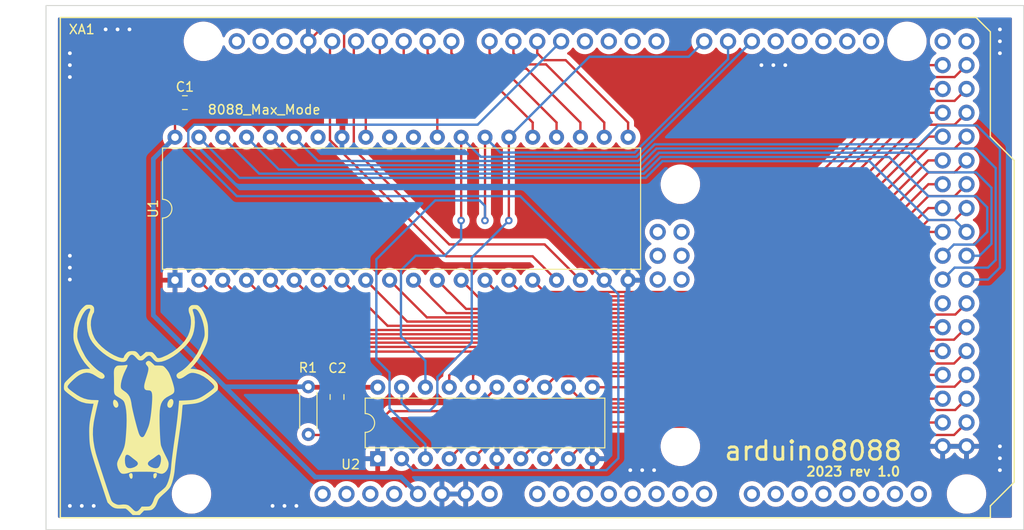
<source format=kicad_pcb>
(kicad_pcb (version 20211014) (generator pcbnew)
  (layers (0 "F.Cu" signal) (31 "B.Cu" signal) (34 "B.Paste" user) (35 "F.Paste" user) (36 "B.SilkS" user "B.Silkscreen") (37 "F.SilkS" user "F.Silkscreen") (38 "B.Mask" user) (39 "F.Mask" user) (44 "Edge.Cuts" user))
  (net 0 "")
  (net 1 "Net-(R1-Pad2)")
  (net 44 "GND")
  (net 45 "+5V")
  (net 47 "/A14")
  (net 48 "/A13")
  (net 49 "/A12")
  (net 50 "/A11")
  (net 51 "/A10")
  (net 52 "/A9")
  (net 53 "/A8")
  (net 54 "/AD7")
  (net 55 "/AD6")
  (net 56 "/AD5")
  (net 57 "/AD4")
  (net 58 "/AD3")
  (net 59 "/AD2")
  (net 60 "/AD1")
  (net 61 "/AD0")
  (net 62 "/~{TEST}")
  (net 63 "/INTR")
  (net 64 "/CLK")
  (net 65 "/RESET")
  (net 66 "/READY")
  (net 67 "/QS1")
  (net 68 "/QSO")
  (net 69 "/S0")
  (net 70 "/S1")
  (net 71 "/S2")
  (net 72 "/~{LOCK}")
  (net 73 "/~{RD}")
  (net 74 "/A19")
  (net 75 "/A18")
  (net 76 "/A17")
  (net 77 "/A16")
  (net 78 "/A15")
  (net 79 "/MCE{slash}~{PDEN}")
  (net 80 "/NMI")
  (net 81 "/DT{slash}~{R}")
  (net 82 "/ALE")
  (net 83 "/~{MRDC}")
  (net 84 "/~{AMWC}")
  (net 85 "/~{MWTC}")
  (net 86 "/~{IOWC}")
  (net 87 "/~{AIOWC}")
  (net 88 "/~{IORC}")
  (net 89 "/~{INTA}")
  (net 90 "/DEN")
  (footprint "Package_DIP:DIP-40_W15.24mm" (layer "F.Cu") (at 101.369 91.505 90)
    (fp_text reference "U1" (at 7.62 -2.33 90) (layer "F.SilkS"))
    (fp_text value "8088_Max_Mode" (at 18.177206 9.494941) (layer "F.SilkS"))
    (pad "1" thru_hole rect (at 0 0 90) (size 1.6 1.6) (drill 0.8) (layers *.Cu *.Mask) (net 44 "GND"))
    (pad "2" thru_hole oval (at 0 2.54 90) (size 1.6 1.6) (drill 0.8) (layers *.Cu *.Mask) (net 47 "/A14"))
    (pad "3" thru_hole oval (at 0 5.08 90) (size 1.6 1.6) (drill 0.8) (layers *.Cu *.Mask) (net 48 "/A13"))
    (pad "4" thru_hole oval (at 0 7.62 90) (size 1.6 1.6) (drill 0.8) (layers *.Cu *.Mask) (net 49 "/A12"))
    (pad "5" thru_hole oval (at 0 10.16 90) (size 1.6 1.6) (drill 0.8) (layers *.Cu *.Mask) (net 50 "/A11"))
    (pad "6" thru_hole oval (at 0 12.7 90) (size 1.6 1.6) (drill 0.8) (layers *.Cu *.Mask) (net 51 "/A10"))
    (pad "7" thru_hole oval (at 0 15.24 90) (size 1.6 1.6) (drill 0.8) (layers *.Cu *.Mask) (net 52 "/A9"))
    (pad "8" thru_hole oval (at 0 17.78 90) (size 1.6 1.6) (drill 0.8) (layers *.Cu *.Mask) (net 53 "/A8"))
    (pad "9" thru_hole oval (at 0 20.32 90) (size 1.6 1.6) (drill 0.8) (layers *.Cu *.Mask) (net 54 "/AD7"))
    (pad "10" thru_hole oval (at 0 22.86 90) (size 1.6 1.6) (drill 0.8) (layers *.Cu *.Mask) (net 55 "/AD6"))
    (pad "11" thru_hole oval (at 0 25.4 90) (size 1.6 1.6) (drill 0.8) (layers *.Cu *.Mask) (net 56 "/AD5"))
    (pad "12" thru_hole oval (at 0 27.94 90) (size 1.6 1.6) (drill 0.8) (layers *.Cu *.Mask) (net 57 "/AD4"))
    (pad "13" thru_hole oval (at 0 30.48 90) (size 1.6 1.6) (drill 0.8) (layers *.Cu *.Mask) (net 58 "/AD3"))
    (pad "14" thru_hole oval (at 0 33.02 90) (size 1.6 1.6) (drill 0.8) (layers *.Cu *.Mask) (net 59 "/AD2"))
    (pad "15" thru_hole oval (at 0 35.56 90) (size 1.6 1.6) (drill 0.8) (layers *.Cu *.Mask) (net 60 "/AD1"))
    (pad "16" thru_hole oval (at 0 38.1 90) (size 1.6 1.6) (drill 0.8) (layers *.Cu *.Mask) (net 61 "/AD0"))
    (pad "17" thru_hole oval (at 0 40.64 90) (size 1.6 1.6) (drill 0.8) (layers *.Cu *.Mask) (net 80 "/NMI"))
    (pad "18" thru_hole oval (at 0 43.18 90) (size 1.6 1.6) (drill 0.8) (layers *.Cu *.Mask) (net 63 "/INTR"))
    (pad "19" thru_hole oval (at 0 45.72 90) (size 1.6 1.6) (drill 0.8) (layers *.Cu *.Mask) (net 64 "/CLK"))
    (pad "20" thru_hole oval (at 0 48.26 90) (size 1.6 1.6) (drill 0.8) (layers *.Cu *.Mask) (net 44 "GND"))
    (pad "21" thru_hole oval (at 15.24 48.26 90) (size 1.6 1.6) (drill 0.8) (layers *.Cu *.Mask) (net 65 "/RESET"))
    (pad "22" thru_hole oval (at 15.24 45.72 90) (size 1.6 1.6) (drill 0.8) (layers *.Cu *.Mask) (net 66 "/READY"))
    (pad "23" thru_hole oval (at 15.24 43.18 90) (size 1.6 1.6) (drill 0.8) (layers *.Cu *.Mask) (net 62 "/~{TEST}"))
    (pad "24" thru_hole oval (at 15.24 40.64 90) (size 1.6 1.6) (drill 0.8) (layers *.Cu *.Mask) (net 67 "/QS1"))
    (pad "25" thru_hole oval (at 15.24 38.1 90) (size 1.6 1.6) (drill 0.8) (layers *.Cu *.Mask) (net 68 "/QSO"))
    (pad "26" thru_hole oval (at 15.24 35.56 90) (size 1.6 1.6) (drill 0.8) (layers *.Cu *.Mask) (net 69 "/S0"))
    (pad "27" thru_hole oval (at 15.24 33.02 90) (size 1.6 1.6) (drill 0.8) (layers *.Cu *.Mask) (net 70 "/S1"))
    (pad "28" thru_hole oval (at 15.24 30.48 90) (size 1.6 1.6) (drill 0.8) (layers *.Cu *.Mask) (net 71 "/S2"))
    (pad "29" thru_hole oval (at 15.24 27.94 90) (size 1.6 1.6) (drill 0.8) (layers *.Cu *.Mask) (net 72 "/~{LOCK}"))
    (pad "30" thru_hole oval (at 15.24 25.4 90) (size 1.6 1.6) (drill 0.8) (layers *.Cu *.Mask))
    (pad "31" thru_hole oval (at 15.24 22.86 90) (size 1.6 1.6) (drill 0.8) (layers *.Cu *.Mask))
    (pad "32" thru_hole oval (at 15.24 20.32 90) (size 1.6 1.6) (drill 0.8) (layers *.Cu *.Mask) (net 73 "/~{RD}"))
    (pad "33" thru_hole oval (at 15.24 17.78 90) (size 1.6 1.6) (drill 0.8) (layers *.Cu *.Mask) (net 44 "GND"))
    (pad "34" thru_hole oval (at 15.24 15.24 90) (size 1.6 1.6) (drill 0.8) (layers *.Cu *.Mask))
    (pad "35" thru_hole oval (at 15.24 12.7 90) (size 1.6 1.6) (drill 0.8) (layers *.Cu *.Mask) (net 74 "/A19"))
    (pad "36" thru_hole oval (at 15.24 10.16 90) (size 1.6 1.6) (drill 0.8) (layers *.Cu *.Mask) (net 75 "/A18"))
    (pad "37" thru_hole oval (at 15.24 7.62 90) (size 1.6 1.6) (drill 0.8) (layers *.Cu *.Mask) (net 76 "/A17"))
    (pad "38" thru_hole oval (at 15.24 5.08 90) (size 1.6 1.6) (drill 0.8) (layers *.Cu *.Mask) (net 77 "/A16"))
    (pad "39" thru_hole oval (at 15.24 2.54 90) (size 1.6 1.6) (drill 0.8) (layers *.Cu *.Mask) (net 78 "/A15"))
    (pad "40" thru_hole oval (at 15.24 0 90) (size 1.6 1.6) (drill 0.8) (layers *.Cu *.Mask) (net 45 "+5V"))
  )
  (footprint "Capacitor_SMD:C_0805_2012Metric_Pad1.18x1.45mm_HandSolder" (layer "F.Cu") (at 102.422791 72.578807)
    (fp_text reference "C1" (at 0 -1.68) (layer "F.SilkS"))
    (fp_text value "0.1uf" hide)
    (pad "1" smd roundrect (at -1.0375 0) (size 1.175 1.45) (layers "F.Cu" "F.Paste" "F.Mask") (roundrect_rratio 0.212766) (net 45 "+5V"))
    (pad "2" smd roundrect (at 1.0375 0) (size 1.175 1.45) (layers "F.Cu" "F.Paste" "F.Mask") (roundrect_rratio 0.212766) (net 44 "GND"))
  )
  (footprint "Resistor_THT:R_Axial_DIN0204_L3.6mm_D1.6mm_P5.08mm_Horizontal" (layer "F.Cu") (at 115.57 102.87 -90)
    (fp_text reference "R1" (at -2.029461 0.044257 180) (layer "F.SilkS"))
    (fp_text value "4.7k" hide)
    (pad "1" thru_hole circle (at 0 0 270) (size 1.4 1.4) (drill 0.7) (layers *.Cu *.Mask) (net 45 "+5V"))
    (pad "2" thru_hole oval (at 5.08 0 270) (size 1.4 1.4) (drill 0.7) (layers *.Cu *.Mask) (net 1 "Net-(R1-Pad2)"))
  )
  (footprint "Package_DIP:DIP-20_W7.62mm" (layer "F.Cu") (at 122.959 110.54 90)
    (fp_text reference "U2" (at -0.603953 -2.888073 180) (layer "F.SilkS"))
    (fp_text value "8288")
    (pad "1" thru_hole rect (at 0 0 90) (size 1.6 1.6) (drill 0.8) (layers *.Cu *.Mask) (net 44 "GND"))
    (pad "2" thru_hole oval (at 0 2.54 90) (size 1.6 1.6) (drill 0.8) (layers *.Cu *.Mask) (net 64 "/CLK"))
    (pad "3" thru_hole oval (at 0 5.08 90) (size 1.6 1.6) (drill 0.8) (layers *.Cu *.Mask) (net 70 "/S1"))
    (pad "4" thru_hole oval (at 0 7.62 90) (size 1.6 1.6) (drill 0.8) (layers *.Cu *.Mask) (net 81 "/DT{slash}~{R}"))
    (pad "5" thru_hole oval (at 0 10.16 90) (size 1.6 1.6) (drill 0.8) (layers *.Cu *.Mask) (net 82 "/ALE"))
    (pad "6" thru_hole oval (at 0 12.7 90) (size 1.6 1.6) (drill 0.8) (layers *.Cu *.Mask) (net 44 "GND"))
    (pad "7" thru_hole oval (at 0 15.24 90) (size 1.6 1.6) (drill 0.8) (layers *.Cu *.Mask) (net 83 "/~{MRDC}"))
    (pad "8" thru_hole oval (at 0 17.78 90) (size 1.6 1.6) (drill 0.8) (layers *.Cu *.Mask) (net 84 "/~{AMWC}"))
    (pad "9" thru_hole oval (at 0 20.32 90) (size 1.6 1.6) (drill 0.8) (layers *.Cu *.Mask) (net 85 "/~{MWTC}"))
    (pad "10" thru_hole oval (at 0 22.86 90) (size 1.6 1.6) (drill 0.8) (layers *.Cu *.Mask) (net 44 "GND"))
    (pad "11" thru_hole oval (at 7.62 22.86 90) (size 1.6 1.6) (drill 0.8) (layers *.Cu *.Mask) (net 86 "/~{IOWC}"))
    (pad "12" thru_hole oval (at 7.62 20.32 90) (size 1.6 1.6) (drill 0.8) (layers *.Cu *.Mask) (net 87 "/~{AIOWC}"))
    (pad "13" thru_hole oval (at 7.62 17.78 90) (size 1.6 1.6) (drill 0.8) (layers *.Cu *.Mask) (net 88 "/~{IORC}"))
    (pad "14" thru_hole oval (at 7.62 15.24 90) (size 1.6 1.6) (drill 0.8) (layers *.Cu *.Mask) (net 89 "/~{INTA}"))
    (pad "15" thru_hole oval (at 7.62 12.7 90) (size 1.6 1.6) (drill 0.8) (layers *.Cu *.Mask) (net 1 "Net-(R1-Pad2)"))
    (pad "16" thru_hole oval (at 7.62 10.16 90) (size 1.6 1.6) (drill 0.8) (layers *.Cu *.Mask) (net 90 "/DEN"))
    (pad "17" thru_hole oval (at 7.62 7.62 90) (size 1.6 1.6) (drill 0.8) (layers *.Cu *.Mask) (net 79 "/MCE{slash}~{PDEN}"))
    (pad "18" thru_hole oval (at 7.62 5.08 90) (size 1.6 1.6) (drill 0.8) (layers *.Cu *.Mask) (net 71 "/S2"))
    (pad "19" thru_hole oval (at 7.62 2.54 90) (size 1.6 1.6) (drill 0.8) (layers *.Cu *.Mask) (net 69 "/S0"))
    (pad "20" thru_hole oval (at 7.62 0 90) (size 1.6 1.6) (drill 0.8) (layers *.Cu *.Mask) (net 45 "+5V"))
  )
  (footprint "Capacitor_SMD:C_0805_2012Metric_Pad1.18x1.45mm_HandSolder" (layer "F.Cu") (at 118.626888 103.962786 -90)
    (fp_text reference "C2" (at -3.083219 -0.039028 180) (layer "F.SilkS"))
    (fp_text value "0.1uf" hide)
    (pad "1" smd roundrect (at -1.0375 0 270) (size 1.175 1.45) (layers "F.Cu" "F.Paste" "F.Mask") (roundrect_rratio 0.212766) (net 45 "+5V"))
    (pad "2" smd roundrect (at 1.0375 0 270) (size 1.175 1.45) (layers "F.Cu" "F.Paste" "F.Mask") (roundrect_rratio 0.212766) (net 44 "GND"))
  )
  (footprint "cow:cow" (layer "F.Cu") (at 97.79 105.41)
    (fp_text reference "G***" hide)
    (fp_text value "LOGO" hide)
  )
  (footprint "Arduino_Library:Arduino_Mega2560_Shield" (layer "F.Cu") (at 89.154 116.84)
    (fp_text reference "XA1" (at 2.286 -52.07) (layer "F.SilkS"))
    (fp_text value "Arduino_Mega2560_Shield")
    (pad "" np_thru_hole circle (at 90.17 -50.8) (size 3.2 3.2) (drill 3.2) (layers *.Cu *.Mask))
    (pad "" thru_hole oval (at 27.94 -2.54) (size 1.7272 1.7272) (drill 1.016) (layers *.Cu *.Mask))
    (pad "" np_thru_hole circle (at 66.04 -7.62) (size 3.2 3.2) (drill 3.2) (layers *.Cu *.Mask))
    (pad "" np_thru_hole circle (at 66.04 -35.56) (size 3.2 3.2) (drill 3.2) (layers *.Cu *.Mask))
    (pad "" np_thru_hole circle (at 15.24 -50.8) (size 3.2 3.2) (drill 3.2) (layers *.Cu *.Mask))
    (pad "" np_thru_hole circle (at 96.52 -2.54) (size 3.2 3.2) (drill 3.2) (layers *.Cu *.Mask))
    (pad "" np_thru_hole circle (at 13.97 -2.54) (size 3.2 3.2) (drill 3.2) (layers *.Cu *.Mask))
    (pad "3V3" thru_hole oval (at 35.56 -2.54) (size 1.7272 1.7272) (drill 1.016) (layers *.Cu *.Mask))
    (pad "5V1" thru_hole oval (at 38.1 -2.54) (size 1.7272 1.7272) (drill 1.016) (layers *.Cu *.Mask) (net 45 "+5V"))
    (pad "5V2" thru_hole oval (at 66.167 -30.48) (size 1.7272 1.7272) (drill 1.016) (layers *.Cu *.Mask))
    (pad "5V3" thru_hole oval (at 93.98 -50.8) (size 1.7272 1.7272) (drill 1.016) (layers *.Cu *.Mask))
    (pad "5V4" thru_hole oval (at 96.52 -50.8) (size 1.7272 1.7272) (drill 1.016) (layers *.Cu *.Mask))
    (pad "A0" thru_hole oval (at 50.8 -2.54) (size 1.7272 1.7272) (drill 1.016) (layers *.Cu *.Mask))
    (pad "A1" thru_hole oval (at 53.34 -2.54) (size 1.7272 1.7272) (drill 1.016) (layers *.Cu *.Mask))
    (pad "A2" thru_hole oval (at 55.88 -2.54) (size 1.7272 1.7272) (drill 1.016) (layers *.Cu *.Mask))
    (pad "A3" thru_hole oval (at 58.42 -2.54) (size 1.7272 1.7272) (drill 1.016) (layers *.Cu *.Mask))
    (pad "A4" thru_hole oval (at 60.96 -2.54) (size 1.7272 1.7272) (drill 1.016) (layers *.Cu *.Mask))
    (pad "A5" thru_hole oval (at 63.5 -2.54) (size 1.7272 1.7272) (drill 1.016) (layers *.Cu *.Mask))
    (pad "A6" thru_hole oval (at 66.04 -2.54) (size 1.7272 1.7272) (drill 1.016) (layers *.Cu *.Mask))
    (pad "A7" thru_hole oval (at 68.58 -2.54) (size 1.7272 1.7272) (drill 1.016) (layers *.Cu *.Mask))
    (pad "A8" thru_hole oval (at 73.66 -2.54) (size 1.7272 1.7272) (drill 1.016) (layers *.Cu *.Mask))
    (pad "A9" thru_hole oval (at 76.2 -2.54) (size 1.7272 1.7272) (drill 1.016) (layers *.Cu *.Mask))
    (pad "A10" thru_hole oval (at 78.74 -2.54) (size 1.7272 1.7272) (drill 1.016) (layers *.Cu *.Mask))
    (pad "A11" thru_hole oval (at 81.28 -2.54) (size 1.7272 1.7272) (drill 1.016) (layers *.Cu *.Mask))
    (pad "A12" thru_hole oval (at 83.82 -2.54) (size 1.7272 1.7272) (drill 1.016) (layers *.Cu *.Mask))
    (pad "A13" thru_hole oval (at 86.36 -2.54) (size 1.7272 1.7272) (drill 1.016) (layers *.Cu *.Mask))
    (pad "A14" thru_hole oval (at 88.9 -2.54) (size 1.7272 1.7272) (drill 1.016) (layers *.Cu *.Mask))
    (pad "A15" thru_hole oval (at 91.44 -2.54) (size 1.7272 1.7272) (drill 1.016) (layers *.Cu *.Mask))
    (pad "AREF" thru_hole oval (at 23.876 -50.8) (size 1.7272 1.7272) (drill 1.016) (layers *.Cu *.Mask))
    (pad "D0" thru_hole oval (at 63.5 -50.8) (size 1.7272 1.7272) (drill 1.016) (layers *.Cu *.Mask))
    (pad "D1" thru_hole oval (at 60.96 -50.8) (size 1.7272 1.7272) (drill 1.016) (layers *.Cu *.Mask))
    (pad "D2" thru_hole oval (at 58.42 -50.8) (size 1.7272 1.7272) (drill 1.016) (layers *.Cu *.Mask))
    (pad "D3" thru_hole oval (at 55.88 -50.8) (size 1.7272 1.7272) (drill 1.016) (layers *.Cu *.Mask))
    (pad "D4" thru_hole oval (at 53.34 -50.8) (size 1.7272 1.7272) (drill 1.016) (layers *.Cu *.Mask) (net 64 "/CLK"))
    (pad "D5" thru_hole oval (at 50.8 -50.8) (size 1.7272 1.7272) (drill 1.016) (layers *.Cu *.Mask) (net 65 "/RESET"))
    (pad "D6" thru_hole oval (at 48.26 -50.8) (size 1.7272 1.7272) (drill 1.016) (layers *.Cu *.Mask) (net 66 "/READY"))
    (pad "D7" thru_hole oval (at 45.72 -50.8) (size 1.7272 1.7272) (drill 1.016) (layers *.Cu *.Mask) (net 62 "/~{TEST}"))
    (pad "D8" thru_hole oval (at 41.656 -50.8) (size 1.7272 1.7272) (drill 1.016) (layers *.Cu *.Mask) (net 67 "/QS1"))
    (pad "D9" thru_hole oval (at 39.116 -50.8) (size 1.7272 1.7272) (drill 1.016) (layers *.Cu *.Mask) (net 68 "/QSO"))
    (pad "D10" thru_hole oval (at 36.576 -50.8) (size 1.7272 1.7272) (drill 1.016) (layers *.Cu *.Mask) (net 72 "/~{LOCK}"))
    (pad "D11" thru_hole oval (at 34.036 -50.8) (size 1.7272 1.7272) (drill 1.016) (layers *.Cu *.Mask) (net 73 "/~{RD}"))
    (pad "D12" thru_hole oval (at 31.496 -50.8) (size 1.7272 1.7272) (drill 1.016) (layers *.Cu *.Mask) (net 63 "/INTR"))
    (pad "D13" thru_hole oval (at 28.956 -50.8) (size 1.7272 1.7272) (drill 1.016) (layers *.Cu *.Mask) (net 80 "/NMI"))
    (pad "D14" thru_hole oval (at 68.58 -50.8) (size 1.7272 1.7272) (drill 1.016) (layers *.Cu *.Mask) (net 69 "/S0"))
    (pad "D15" thru_hole oval (at 71.12 -50.8) (size 1.7272 1.7272) (drill 1.016) (layers *.Cu *.Mask) (net 70 "/S1"))
    (pad "D16" thru_hole oval (at 73.66 -50.8) (size 1.7272 1.7272) (drill 1.016) (layers *.Cu *.Mask) (net 71 "/S2"))
    (pad "D17" thru_hole oval (at 76.2 -50.8) (size 1.7272 1.7272) (drill 1.016) (layers *.Cu *.Mask))
    (pad "D18" thru_hole oval (at 78.74 -50.8) (size 1.7272 1.7272) (drill 1.016) (layers *.Cu *.Mask))
    (pad "D19" thru_hole oval (at 81.28 -50.8) (size 1.7272 1.7272) (drill 1.016) (layers *.Cu *.Mask))
    (pad "D20" thru_hole oval (at 83.82 -50.8) (size 1.7272 1.7272) (drill 1.016) (layers *.Cu *.Mask))
    (pad "D21" thru_hole oval (at 86.36 -50.8) (size 1.7272 1.7272) (drill 1.016) (layers *.Cu *.Mask))
    (pad "D22" thru_hole oval (at 93.98 -48.26) (size 1.7272 1.7272) (drill 1.016) (layers *.Cu *.Mask) (net 61 "/AD0"))
    (pad "D23" thru_hole oval (at 96.52 -48.26) (size 1.7272 1.7272) (drill 1.016) (layers *.Cu *.Mask) (net 60 "/AD1"))
    (pad "D24" thru_hole oval (at 93.98 -45.72) (size 1.7272 1.7272) (drill 1.016) (layers *.Cu *.Mask) (net 59 "/AD2"))
    (pad "D25" thru_hole oval (at 96.52 -45.72) (size 1.7272 1.7272) (drill 1.016) (layers *.Cu *.Mask) (net 58 "/AD3"))
    (pad "D26" thru_hole oval (at 93.98 -43.18) (size 1.7272 1.7272) (drill 1.016) (layers *.Cu *.Mask) (net 57 "/AD4"))
    (pad "D27" thru_hole oval (at 96.52 -43.18) (size 1.7272 1.7272) (drill 1.016) (layers *.Cu *.Mask) (net 56 "/AD5"))
    (pad "D28" thru_hole oval (at 93.98 -40.64) (size 1.7272 1.7272) (drill 1.016) (layers *.Cu *.Mask) (net 55 "/AD6"))
    (pad "D29" thru_hole oval (at 96.52 -40.64) (size 1.7272 1.7272) (drill 1.016) (layers *.Cu *.Mask) (net 54 "/AD7"))
    (pad "D30" thru_hole oval (at 93.98 -38.1) (size 1.7272 1.7272) (drill 1.016) (layers *.Cu *.Mask) (net 53 "/A8"))
    (pad "D31" thru_hole oval (at 96.52 -38.1) (size 1.7272 1.7272) (drill 1.016) (layers *.Cu *.Mask) (net 52 "/A9"))
    (pad "D32" thru_hole oval (at 93.98 -35.56) (size 1.7272 1.7272) (drill 1.016) (layers *.Cu *.Mask) (net 51 "/A10"))
    (pad "D33" thru_hole oval (at 96.52 -35.56) (size 1.7272 1.7272) (drill 1.016) (layers *.Cu *.Mask) (net 50 "/A11"))
    (pad "D34" thru_hole oval (at 93.98 -33.02) (size 1.7272 1.7272) (drill 1.016) (layers *.Cu *.Mask) (net 49 "/A12"))
    (pad "D35" thru_hole oval (at 96.52 -33.02) (size 1.7272 1.7272) (drill 1.016) (layers *.Cu *.Mask) (net 48 "/A13"))
    (pad "D36" thru_hole oval (at 93.98 -30.48) (size 1.7272 1.7272) (drill 1.016) (layers *.Cu *.Mask) (net 47 "/A14"))
    (pad "D37" thru_hole oval (at 96.52 -30.48) (size 1.7272 1.7272) (drill 1.016) (layers *.Cu *.Mask) (net 78 "/A15"))
    (pad "D38" thru_hole oval (at 93.98 -27.94) (size 1.7272 1.7272) (drill 1.016) (layers *.Cu *.Mask) (net 77 "/A16"))
    (pad "D39" thru_hole oval (at 96.52 -27.94) (size 1.7272 1.7272) (drill 1.016) (layers *.Cu *.Mask) (net 76 "/A17"))
    (pad "D40" thru_hole oval (at 93.98 -25.4) (size 1.7272 1.7272) (drill 1.016) (layers *.Cu *.Mask) (net 75 "/A18"))
    (pad "D41" thru_hole oval (at 96.52 -25.4) (size 1.7272 1.7272) (drill 1.016) (layers *.Cu *.Mask) (net 74 "/A19"))
    (pad "D42" thru_hole oval (at 93.98 -22.86) (size 1.7272 1.7272) (drill 1.016) (layers *.Cu *.Mask))
    (pad "D43" thru_hole oval (at 96.52 -22.86) (size 1.7272 1.7272) (drill 1.016) (layers *.Cu *.Mask) (net 79 "/MCE{slash}~{PDEN}"))
    (pad "D44" thru_hole oval (at 93.98 -20.32) (size 1.7272 1.7272) (drill 1.016) (layers *.Cu *.Mask) (net 90 "/DEN"))
    (pad "D45" thru_hole oval (at 96.52 -20.32) (size 1.7272 1.7272) (drill 1.016) (layers *.Cu *.Mask) (net 89 "/~{INTA}"))
    (pad "D46" thru_hole oval (at 93.98 -17.78) (size 1.7272 1.7272) (drill 1.016) (layers *.Cu *.Mask) (net 88 "/~{IORC}"))
    (pad "D47" thru_hole oval (at 96.52 -17.78) (size 1.7272 1.7272) (drill 1.016) (layers *.Cu *.Mask) (net 86 "/~{IOWC}"))
    (pad "D48" thru_hole oval (at 93.98 -15.24) (size 1.7272 1.7272) (drill 1.016) (layers *.Cu *.Mask) (net 87 "/~{AIOWC}"))
    (pad "D49" thru_hole oval (at 96.52 -15.24) (size 1.7272 1.7272) (drill 1.016) (layers *.Cu *.Mask) (net 81 "/DT{slash}~{R}"))
    (pad "D50" thru_hole oval (at 93.98 -12.7) (size 1.7272 1.7272) (drill 1.016) (layers *.Cu *.Mask) (net 82 "/ALE"))
    (pad "D51" thru_hole oval (at 96.52 -12.7) (size 1.7272 1.7272) (drill 1.016) (layers *.Cu *.Mask) (net 83 "/~{MRDC}"))
    (pad "D52" thru_hole oval (at 93.98 -10.16) (size 1.7272 1.7272) (drill 1.016) (layers *.Cu *.Mask) (net 84 "/~{AMWC}"))
    (pad "D53" thru_hole oval (at 96.52 -10.16) (size 1.7272 1.7272) (drill 1.016) (layers *.Cu *.Mask) (net 85 "/~{MWTC}"))
    (pad "GND1" thru_hole oval (at 26.416 -50.8) (size 1.7272 1.7272) (drill 1.016) (layers *.Cu *.Mask) (net 44 "GND"))
    (pad "GND2" thru_hole oval (at 40.64 -2.54) (size 1.7272 1.7272) (drill 1.016) (layers *.Cu *.Mask) (net 44 "GND"))
    (pad "GND3" thru_hole oval (at 43.18 -2.54) (size 1.7272 1.7272) (drill 1.016) (layers *.Cu *.Mask) (net 44 "GND"))
    (pad "GND4" thru_hole oval (at 66.167 -25.4) (size 1.7272 1.7272) (drill 1.016) (layers *.Cu *.Mask))
    (pad "GND5" thru_hole oval (at 93.98 -7.62) (size 1.7272 1.7272) (drill 1.016) (layers *.Cu *.Mask) (net 44 "GND"))
    (pad "GND6" thru_hole oval (at 96.52 -7.62) (size 1.7272 1.7272) (drill 1.016) (layers *.Cu *.Mask) (net 44 "GND"))
    (pad "IORF" thru_hole oval (at 30.48 -2.54) (size 1.7272 1.7272) (drill 1.016) (layers *.Cu *.Mask))
    (pad "MISO" thru_hole oval (at 63.627 -30.48) (size 1.7272 1.7272) (drill 1.016) (layers *.Cu *.Mask))
    (pad "MOSI" thru_hole oval (at 66.167 -27.94) (size 1.7272 1.7272) (drill 1.016) (layers *.Cu *.Mask))
    (pad "RST1" thru_hole oval (at 33.02 -2.54) (size 1.7272 1.7272) (drill 1.016) (layers *.Cu *.Mask))
    (pad "RST2" thru_hole oval (at 63.627 -25.4) (size 1.7272 1.7272) (drill 1.016) (layers *.Cu *.Mask))
    (pad "SCK" thru_hole oval (at 63.627 -27.94) (size 1.7272 1.7272) (drill 1.016) (layers *.Cu *.Mask))
    (pad "SCL" thru_hole oval (at 18.796 -50.8) (size 1.7272 1.7272) (drill 1.016) (layers *.Cu *.Mask))
    (pad "SDA" thru_hole oval (at 21.336 -50.8) (size 1.7272 1.7272) (drill 1.016) (layers *.Cu *.Mask))
    (pad "VIN" thru_hole oval (at 45.72 -2.54) (size 1.7272 1.7272) (drill 1.016) (layers *.Cu *.Mask))
  )
  (gr_poly (pts (xy 191.77 118.11) (xy 87.63 118.11) (xy 87.63 62.23) (xy 191.77 62.23)) (layer "Edge.Cuts") (width 0.1) (fill none))
  (gr_text "2023 rev 1.0" (at 173.609242 111.907709) (layer "F.SilkS") (effects (font (size 1 1) (thickness 0.2))))
  (gr_text "arduino8088" (at 169.349065 109.699681) (layer "F.SilkS") (effects (font (size 2 2) (thickness 0.3))))
  (segment (start 115.63 108.01) (end 115.57 107.95) (width 0.25) (layer "F.Cu") (net 1))
  (segment (start 124.224 105.47) (end 121.684 108.01) (width 0.25) (layer "F.Cu") (net 1))
  (segment (start 133.109 105.47) (end 124.224 105.47) (width 0.25) (layer "F.Cu") (net 1))
  (segment (start 135.659 102.92) (end 133.109 105.47) (width 0.25) (layer "F.Cu") (net 1))
  (segment (start 121.684 108.01) (end 115.63 108.01) (width 0.25) (layer "F.Cu") (net 1))
  (segment (start 119.149 76.265) (end 119.38 76.034) (width 0.25) (layer "F.Cu") (net 44))
  (segment (start 118.610875 64.102403) (end 117.507597 64.102403) (width 0.25) (layer "F.Cu") (net 44))
  (segment (start 117.507597 64.102403) (end 115.57 66.04) (width 0.25) (layer "F.Cu") (net 44))
  (segment (start 119.38 76.034) (end 119.38 64.871528) (width 0.25) (layer "F.Cu") (net 44))
  (segment (start 119.38 64.871528) (end 118.610875 64.102403) (width 0.25) (layer "F.Cu") (net 44))
  (via (at 90.17 67.31) (size 0.8) (drill 0.4) (layers "F.Cu" "B.Cu") (net 44))
  (via (at 90.17 90.17) (size 0.8) (drill 0.4) (layers "F.Cu" "B.Cu") (net 44))
  (via (at 92.71 115.57) (size 0.8) (drill 0.4) (layers "F.Cu" "B.Cu") (net 44))
  (via (at 189.23 109.22) (size 0.8) (drill 0.4) (layers "F.Cu" "B.Cu") (net 44))
  (via (at 90.17 91.44) (size 0.8) (drill 0.4) (layers "F.Cu" "B.Cu") (net 44))
  (via (at 90.17 69.85) (size 0.8) (drill 0.4) (layers "F.Cu" "B.Cu") (net 44))
  (via (at 189.23 67.31) (size 0.8) (drill 0.4) (layers "F.Cu" "B.Cu") (net 44))
  (via (at 189.23 110.49) (size 0.8) (drill 0.4) (layers "F.Cu" "B.Cu") (net 44))
  (via (at 189.23 66.04) (size 0.8) (drill 0.4) (layers "F.Cu" "B.Cu") (net 44))
  (via (at 90.17 68.58) (size 0.8) (drill 0.4) (layers "F.Cu" "B.Cu") (net 44))
  (via (at 151.13 111.76) (size 0.8) (drill 0.4) (layers "F.Cu" "B.Cu") (net 44))
  (via (at 152.4 111.76) (size 0.8) (drill 0.4) (layers "F.Cu" "B.Cu") (net 44))
  (via (at 113.03 115.57) (size 0.8) (drill 0.4) (layers "F.Cu" "B.Cu") (net 44))
  (via (at 114.3 115.57) (size 0.8) (drill 0.4) (layers "F.Cu" "B.Cu") (net 44))
  (via (at 90.17 115.57) (size 0.8) (drill 0.4) (layers "F.Cu" "B.Cu") (net 44))
  (via (at 149.86 111.76) (size 0.8) (drill 0.4) (layers "F.Cu" "B.Cu") (net 44))
  (via (at 96.52 64.77) (size 0.8) (drill 0.4) (layers "F.Cu" "B.Cu") (net 44))
  (via (at 166.37 68.58) (size 0.8) (drill 0.4) (layers "F.Cu" "B.Cu") (net 44))
  (via (at 111.76 115.57) (size 0.8) (drill 0.4) (layers "F.Cu" "B.Cu") (net 44))
  (via (at 93.98 64.77) (size 0.8) (drill 0.4) (layers "F.Cu" "B.Cu") (net 44))
  (via (at 189.23 64.77) (size 0.8) (drill 0.4) (layers "F.Cu" "B.Cu") (net 44))
  (via (at 90.17 88.9) (size 0.8) (drill 0.4) (layers "F.Cu" "B.Cu") (net 44))
  (via (at 165.1 68.58) (size 0.8) (drill 0.4) (layers "F.Cu" "B.Cu") (net 44))
  (via (at 163.83 68.58) (size 0.8) (drill 0.4) (layers "F.Cu" "B.Cu") (net 44))
  (via (at 95.25 64.77) (size 0.8) (drill 0.4) (layers "F.Cu" "B.Cu") (net 44))
  (via (at 91.44 115.57) (size 0.8) (drill 0.4) (layers "F.Cu" "B.Cu") (net 44))
  (via (at 189.23 111.76) (size 0.8) (drill 0.4) (layers "F.Cu" "B.Cu") (net 44))
  (segment (start 101.369 72.595098) (end 101.385291 72.578807) (width 0.25) (layer "F.Cu") (net 45))
  (segment (start 115.62 102.92) (end 115.57 102.87) (width 0.25) (layer "F.Cu") (net 45))
  (segment (start 122.959 102.92) (end 115.62 102.92) (width 0.5) (layer "F.Cu") (net 45))
  (segment (start 101.369 76.265) (end 101.369 72.595098) (width 0.25) (layer "F.Cu") (net 45))
  (segment (start 99.06 78.574) (end 99.06 95.25) (width 0.5) (layer "B.Cu") (net 45))
  (segment (start 106.68 102.87) (end 116.30967 112.49967) (width 0.5) (layer "B.Cu") (net 45))
  (segment (start 116.30967 112.49967) (end 125.45367 112.49967) (width 0.5) (layer "B.Cu") (net 45))
  (segment (start 101.369 76.265) (end 99.06 78.574) (width 0.5) (layer "B.Cu") (net 45))
  (segment (start 115.57 102.87) (end 106.68 102.87) (width 0.5) (layer "B.Cu") (net 45))
  (segment (start 99.06 95.25) (end 106.68 102.87) (width 0.5) (layer "B.Cu") (net 45))
  (segment (start 125.45367 112.49967) (end 127.254 114.3) (width 0.5) (layer "B.Cu") (net 45))
  (segment (start 111.524 99.12) (end 168.85 99.12) (width 0.25) (layer "F.Cu") (net 47))
  (segment (start 168.85 99.12) (end 181.61 86.36) (width 0.25) (layer "F.Cu") (net 47))
  (segment (start 103.909 91.505) (end 111.524 99.12) (width 0.25) (layer "F.Cu") (net 47))
  (segment (start 181.61 86.36) (end 183.134 86.36) (width 0.25) (layer "F.Cu") (net 47))
  (segment (start 181.61 85.09) (end 184.404 85.09) (width 0.25) (layer "F.Cu") (net 48))
  (segment (start 106.449 91.505) (end 113.564 98.62) (width 0.25) (layer "F.Cu") (net 48))
  (segment (start 168.08 98.62) (end 181.61 85.09) (width 0.25) (layer "F.Cu") (net 48))
  (segment (start 113.564 98.62) (end 168.08 98.62) (width 0.25) (layer "F.Cu") (net 48))
  (segment (start 184.404 85.09) (end 185.674 83.82) (width 0.25) (layer "F.Cu") (net 48))
  (segment (start 108.989 91.505) (end 115.654 98.17) (width 0.25) (layer "F.Cu") (net 49))
  (segment (start 167.26 98.17) (end 181.61 83.82) (width 0.25) (layer "F.Cu") (net 49))
  (segment (start 115.654 98.17) (end 167.26 98.17) (width 0.25) (layer "F.Cu") (net 49))
  (segment (start 181.61 83.82) (end 183.134 83.82) (width 0.25) (layer "F.Cu") (net 49))
  (segment (start 111.529 91.505) (end 117.744 97.72) (width 0.25) (layer "F.Cu") (net 50))
  (segment (start 184.404 82.55) (end 185.674 81.28) (width 0.25) (layer "F.Cu") (net 50))
  (segment (start 166.44 97.72) (end 181.61 82.55) (width 0.25) (layer "F.Cu") (net 50))
  (segment (start 181.61 82.55) (end 184.404 82.55) (width 0.25) (layer "F.Cu") (net 50))
  (segment (start 117.744 97.72) (end 166.44 97.72) (width 0.25) (layer "F.Cu") (net 50))
  (segment (start 119.834 97.27) (end 165.62 97.27) (width 0.25) (layer "F.Cu") (net 51))
  (segment (start 165.62 97.27) (end 181.61 81.28) (width 0.25) (layer "F.Cu") (net 51))
  (segment (start 114.069 91.505) (end 119.834 97.27) (width 0.25) (layer "F.Cu") (net 51))
  (segment (start 181.61 81.28) (end 183.134 81.28) (width 0.25) (layer "F.Cu") (net 51))
  (segment (start 184.404 80.01) (end 185.674 78.74) (width 0.25) (layer "F.Cu") (net 52))
  (segment (start 181.61 80.01) (end 184.404 80.01) (width 0.25) (layer "F.Cu") (net 52))
  (segment (start 164.8 96.82) (end 181.61 80.01) (width 0.25) (layer "F.Cu") (net 52))
  (segment (start 116.609 91.505) (end 121.924 96.82) (width 0.25) (layer "F.Cu") (net 52))
  (segment (start 121.924 96.82) (end 164.8 96.82) (width 0.25) (layer "F.Cu") (net 52))
  (segment (start 119.149 91.505) (end 124.014 96.37) (width 0.25) (layer "F.Cu") (net 53))
  (segment (start 124.014 96.37) (end 163.98 96.37) (width 0.25) (layer "F.Cu") (net 53))
  (segment (start 163.98 96.37) (end 181.61 78.74) (width 0.25) (layer "F.Cu") (net 53))
  (segment (start 181.61 78.74) (end 183.134 78.74) (width 0.25) (layer "F.Cu") (net 53))
  (segment (start 181.61 77.47) (end 184.404 77.47) (width 0.25) (layer "F.Cu") (net 54))
  (segment (start 163.16 95.92) (end 181.61 77.47) (width 0.25) (layer "F.Cu") (net 54))
  (segment (start 121.689 91.505) (end 126.104 95.92) (width 0.25) (layer "F.Cu") (net 54))
  (segment (start 126.104 95.92) (end 163.16 95.92) (width 0.25) (layer "F.Cu") (net 54))
  (segment (start 184.404 77.47) (end 185.674 76.2) (width 0.25) (layer "F.Cu") (net 54))
  (segment (start 181.61 76.2) (end 183.134 76.2) (width 0.25) (layer "F.Cu") (net 55))
  (segment (start 162.34 95.47) (end 181.61 76.2) (width 0.25) (layer "F.Cu") (net 55))
  (segment (start 128.194 95.47) (end 162.34 95.47) (width 0.25) (layer "F.Cu") (net 55))
  (segment (start 124.229 91.505) (end 128.194 95.47) (width 0.25) (layer "F.Cu") (net 55))
  (segment (start 126.769 91.505) (end 130.284 95.02) (width 0.25) (layer "F.Cu") (net 56))
  (segment (start 184.404 74.93) (end 185.674 73.66) (width 0.25) (layer "F.Cu") (net 56))
  (segment (start 161.52 95.02) (end 181.61 74.93) (width 0.25) (layer "F.Cu") (net 56))
  (segment (start 181.61 74.93) (end 184.404 74.93) (width 0.25) (layer "F.Cu") (net 56))
  (segment (start 130.284 95.02) (end 161.52 95.02) (width 0.25) (layer "F.Cu") (net 56))
  (segment (start 129.309 91.505) (end 132.374 94.57) (width 0.25) (layer "F.Cu") (net 57))
  (segment (start 132.374 94.57) (end 160.7 94.57) (width 0.25) (layer "F.Cu") (net 57))
  (segment (start 160.7 94.57) (end 181.61 73.66) (width 0.25) (layer "F.Cu") (net 57))
  (segment (start 181.61 73.66) (end 183.134 73.66) (width 0.25) (layer "F.Cu") (net 57))
  (segment (start 134.464 94.12) (end 159.88 94.12) (width 0.25) (layer "F.Cu") (net 58))
  (segment (start 181.61 72.39) (end 184.404 72.39) (width 0.25) (layer "F.Cu") (net 58))
  (segment (start 131.849 91.505) (end 134.464 94.12) (width 0.25) (layer "F.Cu") (net 58))
  (segment (start 159.88 94.12) (end 181.61 72.39) (width 0.25) (layer "F.Cu") (net 58))
  (segment (start 184.404 72.39) (end 185.674 71.12) (width 0.25) (layer "F.Cu") (net 58))
  (segment (start 136.554 93.67) (end 159.06 93.67) (width 0.25) (layer "F.Cu") (net 59))
  (segment (start 134.389 91.505) (end 136.554 93.67) (width 0.25) (layer "F.Cu") (net 59))
  (segment (start 159.06 93.67) (end 181.61 71.12) (width 0.25) (layer "F.Cu") (net 59))
  (segment (start 181.61 71.12) (end 183.134 71.12) (width 0.25) (layer "F.Cu") (net 59))
  (segment (start 138.644 93.22) (end 158.24 93.22) (width 0.25) (layer "F.Cu") (net 60))
  (segment (start 184.404 69.85) (end 185.674 68.58) (width 0.25) (layer "F.Cu") (net 60))
  (segment (start 181.61 69.85) (end 184.404 69.85) (width 0.25) (layer "F.Cu") (net 60))
  (segment (start 136.929 91.505) (end 138.644 93.22) (width 0.25) (layer "F.Cu") (net 60))
  (segment (start 158.24 93.22) (end 181.61 69.85) (width 0.25) (layer "F.Cu") (net 60))
  (segment (start 139.469 91.505) (end 140.734 92.77) (width 0.25) (layer "F.Cu") (net 61))
  (segment (start 157.42 92.77) (end 181.61 68.58) (width 0.25) (layer "F.Cu") (net 61))
  (segment (start 140.734 92.77) (end 157.42 92.77) (width 0.25) (layer "F.Cu") (net 61))
  (segment (start 181.61 68.58) (end 183.134 68.58) (width 0.25) (layer "F.Cu") (net 61))
  (segment (start 138.8 68.95) (end 136.514 68.95) (width 0.25) (layer "F.Cu") (net 62))
  (segment (start 136.514 68.95) (end 134.874 67.31) (width 0.25) (layer "F.Cu") (net 62))
  (segment (start 144.549 74.699) (end 138.8 68.95) (width 0.25) (layer "F.Cu") (net 62))
  (segment (start 134.874 67.31) (end 134.874 66.04) (width 0.25) (layer "F.Cu") (net 62))
  (segment (start 144.549 76.265) (end 144.549 74.699) (width 0.25) (layer "F.Cu") (net 62))
  (segment (start 130.574 87.69) (end 120.414 77.53) (width 0.25) (layer "F.Cu") (net 63))
  (segment (start 140.734 87.69) (end 130.574 87.69) (width 0.25) (layer "F.Cu") (net 63))
  (segment (start 120.414 77.53) (end 120.414 66.276) (width 0.25) (layer "F.Cu") (net 63))
  (segment (start 144.549 91.505) (end 140.734 87.69) (width 0.25) (layer "F.Cu") (net 63))
  (segment (start 120.414 66.276) (end 120.65 66.04) (width 0.25) (layer "F.Cu") (net 63))
  (segment (start 138.134 82.55) (end 147.089 91.505) (width 0.25) (layer "B.Cu") (net 64))
  (segment (start 133.604 74.93) (end 103.409999 74.93) (width 0.25) (layer "B.Cu") (net 64))
  (segment (start 147.089 91.505) (end 148.59 93.006) (width 0.25) (layer "B.Cu") (net 64))
  (segment (start 148.59 93.006) (end 148.59 110.49) (width 0.25) (layer "B.Cu") (net 64))
  (segment (start 102.784 75.555999) (end 102.784 77.384) (width 0.25) (layer "B.Cu") (net 64))
  (segment (start 138.134 82.55) (end 107.95 82.55) (width 0.25) (layer "B.Cu") (net 64))
  (segment (start 148.59 110.49) (end 147.32 111.76) (width 0.25) (layer "B.Cu") (net 64))
  (segment (start 147.32 111.76) (end 126.719 111.76) (width 0.25) (layer "B.Cu") (net 64))
  (segment (start 103.409999 74.93) (end 102.784 75.555999) (width 0.25) (layer "B.Cu") (net 64))
  (segment (start 102.784 77.384) (end 107.95 82.55) (width 0.25) (layer "B.Cu") (net 64))
  (segment (start 126.719 111.76) (end 125.499 110.54) (width 0.25) (layer "B.Cu") (net 64))
  (segment (start 142.494 66.04) (end 133.604 74.93) (width 0.25) (layer "B.Cu") (net 64))
  (segment (start 149.629 74.699) (end 142.98 68.05) (width 0.25) (layer "F.Cu") (net 65))
  (segment (start 142.98 68.05) (end 140.694 68.05) (width 0.25) (layer "F.Cu") (net 65))
  (segment (start 149.629 76.265) (end 149.629 74.699) (width 0.25) (layer "F.Cu") (net 65))
  (segment (start 139.954 67.31) (end 139.954 66.04) (width 0.25) (layer "F.Cu") (net 65))
  (segment (start 140.694 68.05) (end 139.954 67.31) (width 0.25) (layer "F.Cu") (net 65))
  (segment (start 147.089 76.265) (end 147.089 74.699) (width 0.25) (layer "F.Cu") (net 66))
  (segment (start 147.089 74.699) (end 140.89 68.5) (width 0.25) (layer "F.Cu") (net 66))
  (segment (start 140.89 68.5) (end 138.604 68.5) (width 0.25) (layer "F.Cu") (net 66))
  (segment (start 137.414 67.31) (end 137.414 66.04) (width 0.25) (layer "F.Cu") (net 66))
  (segment (start 138.604 68.5) (end 137.414 67.31) (width 0.25) (layer "F.Cu") (net 66))
  (segment (start 142.009 76.265) (end 142.009 74.699) (width 0.25) (layer "F.Cu") (net 67))
  (segment (start 132.9 69.4) (end 130.81 67.31) (width 0.25) (layer "F.Cu") (net 67))
  (segment (start 142.009 74.699) (end 136.71 69.4) (width 0.25) (layer "F.Cu") (net 67))
  (segment (start 136.71 69.4) (end 132.9 69.4) (width 0.25) (layer "F.Cu") (net 67))
  (segment (start 130.81 67.31) (end 130.81 66.04) (width 0.25) (layer "F.Cu") (net 67))
  (segment (start 130.81 69.85) (end 128.27 67.31) (width 0.25) (layer "F.Cu") (net 68))
  (segment (start 128.27 67.31) (end 128.27 66.04) (width 0.25) (layer "F.Cu") (net 68))
  (segment (start 134.62 69.85) (end 130.81 69.85) (width 0.25) (layer "F.Cu") (net 68))
  (segment (start 139.469 74.699) (end 134.62 69.85) (width 0.25) (layer "F.Cu") (net 68))
  (segment (start 139.469 76.265) (end 139.469 74.699) (width 0.25) (layer "F.Cu") (net 68))
  (segment (start 136.929 85.145) (end 136.929 76.265) (width 0.25) (layer "F.Cu") (net 69))
  (segment (start 136.924 85.15) (end 136.929 85.145) (width 0.25) (layer "F.Cu") (net 69))
  (via (at 136.924 85.15) (size 0.8) (drill 0.4) (layers "F.Cu" "B.Cu") (net 69))
  (segment (start 129.310725 104.615239) (end 128.515964 105.41) (width 0.25) (layer "B.Cu") (net 69))
  (segment (start 132.974 89.1) (end 132.974 98.166) (width 0.25) (layer "B.Cu") (net 69))
  (segment (start 128.515964 105.41) (end 126.324567 105.41) (width 0.25) (layer "B.Cu") (net 69))
  (segment (start 136.924 85.15) (end 132.974 89.1) (width 0.25) (layer "B.Cu") (net 69))
  (segment (start 145.502929 67.691071) (end 156.082929 67.691071) (width 0.25) (layer "B.Cu") (net 69))
  (segment (start 125.499 104.584433) (end 125.499 102.92) (width 0.25) (layer "B.Cu") (net 69))
  (segment (start 132.974 98.166) (end 129.310725 101.829275) (width 0.25) (layer "B.Cu") (net 69))
  (segment (start 156.082929 67.691071) (end 157.734 66.04) (width 0.25) (layer "B.Cu") (net 69))
  (segment (start 136.929 76.265) (end 145.502929 67.691071) (width 0.25) (layer "B.Cu") (net 69))
  (segment (start 129.310725 101.829275) (end 129.310725 104.615239) (width 0.25) (layer "B.Cu") (net 69))
  (segment (start 126.324567 105.41) (end 125.499 104.584433) (width 0.25) (layer "B.Cu") (net 69))
  (segment (start 134.384 85.15) (end 134.389 85.145) (width 0.25) (layer "F.Cu") (net 70))
  (segment (start 134.389 85.145) (end 134.389 76.265) (width 0.25) (layer "F.Cu") (net 70))
  (via (at 134.384 85.15) (size 0.8) (drill 0.4) (layers "F.Cu" "B.Cu") (net 70))
  (segment (start 160.274 67.943604) (end 160.274 66.04) (width 0.25) (layer "B.Cu") (net 70))
  (segment (start 128.039 108.989) (end 128.039 110.54) (width 0.25) (layer "B.Cu") (net 70))
  (segment (start 124.221674 101.361674) (end 124.221674 105.171674) (width 0.25) (layer "B.Cu") (net 70))
  (segment (start 150.317604 77.9) (end 160.274 67.943604) (width 0.25) (layer "B.Cu") (net 70))
  (segment (start 129.09 83) (end 122.814 89.276) (width 0.25) (layer "B.Cu") (net 70))
  (segment (start 122.814 89.276) (end 122.814 99.954) (width 0.25) (layer "B.Cu") (net 70))
  (segment (start 134.384 83.584) (end 133.8 83) (width 0.25) (layer "B.Cu") (net 70))
  (segment (start 136.024 77.9) (end 150.317604 77.9) (width 0.25) (layer "B.Cu") (net 70))
  (segment (start 124.221674 105.171674) (end 128.039 108.989) (width 0.25) (layer "B.Cu") (net 70))
  (segment (start 122.814 99.954) (end 124.221674 101.361674) (width 0.25) (layer "B.Cu") (net 70))
  (segment (start 134.389 76.265) (end 136.024 77.9) (width 0.25) (layer "B.Cu") (net 70))
  (segment (start 134.384 85.15) (end 134.384 83.584) (width 0.25) (layer "B.Cu") (net 70))
  (segment (start 133.8 83) (end 129.09 83) (width 0.25) (layer "B.Cu") (net 70))
  (segment (start 131.844 85.15) (end 131.849 85.145) (width 0.25) (layer "F.Cu") (net 71))
  (segment (start 131.849 85.145) (end 131.849 76.265) (width 0.25) (layer "F.Cu") (net 71))
  (via (at 131.844 85.15) (size 0.8) (drill 0.4) (layers "F.Cu" "B.Cu") (net 71))
  (segment (start 133.934 78.35) (end 150.504 78.35) (width 0.25) (layer "B.Cu") (net 71))
  (segment (start 131.844 85.15) (end 131.844 87.143) (width 0.25) (layer "B.Cu") (net 71))
  (segment (start 131.849 76.265) (end 133.934 78.35) (width 0.25) (layer "B.Cu") (net 71))
  (segment (start 127 88.9) (end 125.436301 90.463699) (width 0.25) (layer "B.Cu") (net 71))
  (segment (start 130.087 88.9) (end 127 88.9) (width 0.25) (layer "B.Cu") (net 71))
  (segment (start 125.436301 97.496301) (end 128.039 100.099) (width 0.25) (layer "B.Cu") (net 71))
  (segment (start 150.504 78.35) (end 162.814 66.04) (width 0.25) (layer "B.Cu") (net 71))
  (segment (start 128.039 100.099) (end 128.039 102.92) (width 0.25) (layer "B.Cu") (net 71))
  (segment (start 131.844 87.143) (end 130.087 88.9) (width 0.25) (layer "B.Cu") (net 71))
  (segment (start 125.436301 90.463699) (end 125.436301 97.496301) (width 0.25) (layer "B.Cu") (net 71))
  (segment (start 125.73 66.04) (end 125.73 70.633) (width 0.25) (layer "F.Cu") (net 72))
  (segment (start 125.73 70.633) (end 129.309 74.212) (width 0.25) (layer "F.Cu") (net 72))
  (segment (start 129.309 74.212) (end 129.309 76.265) (width 0.25) (layer "F.Cu") (net 72))
  (segment (start 123.19 72.39) (end 121.689 73.891) (width 0.25) (layer "F.Cu") (net 73))
  (segment (start 123.19 66.04) (end 123.19 72.39) (width 0.25) (layer "F.Cu") (net 73))
  (segment (start 121.689 73.891) (end 121.689 76.265) (width 0.25) (layer "F.Cu") (net 73))
  (segment (start 114.069 76.265) (end 116.604 78.8) (width 0.25) (layer "B.Cu") (net 74))
  (segment (start 116.604 78.8) (end 150.690396 78.8) (width 0.25) (layer "B.Cu") (net 74))
  (segment (start 189.23 90.17) (end 187.96 91.44) (width 0.25) (layer "B.Cu") (net 74))
  (segment (start 180.633065 77.02) (end 182.641665 75.0114) (width 0.25) (layer "B.Cu") (net 74))
  (segment (start 150.690396 78.8) (end 152.470396 77.02) (width 0.25) (layer "B.Cu") (net 74))
  (segment (start 152.470396 77.02) (end 180.633065 77.02) (width 0.25) (layer "B.Cu") (net 74))
  (segment (start 182.641665 75.0114) (end 186.7714 75.0114) (width 0.25) (layer "B.Cu") (net 74))
  (segment (start 187.96 91.44) (end 185.674 91.44) (width 0.25) (layer "B.Cu") (net 74))
  (segment (start 186.7714 75.0114) (end 189.23 77.47) (width 0.25) (layer "B.Cu") (net 74))
  (segment (start 189.23 77.47) (end 189.23 90.17) (width 0.25) (layer "B.Cu") (net 74))
  (segment (start 187.96 90.17) (end 184.404 90.17) (width 0.25) (layer "B.Cu") (net 75))
  (segment (start 186.69 77.47) (end 188.78 79.56) (width 0.25) (layer "B.Cu") (net 75))
  (segment (start 188.78 89.35) (end 187.96 90.17) (width 0.25) (layer "B.Cu") (net 75))
  (segment (start 114.514 79.25) (end 150.876792 79.25) (width 0.25) (layer "B.Cu") (net 75))
  (segment (start 184.404 90.17) (end 183.134 91.44) (width 0.25) (layer "B.Cu") (net 75))
  (segment (start 188.78 79.56) (end 188.78 89.35) (width 0.25) (layer "B.Cu") (net 75))
  (segment (start 152.656792 77.47) (end 186.69 77.47) (width 0.25) (layer "B.Cu") (net 75))
  (segment (start 111.529 76.265) (end 114.514 79.25) (width 0.25) (layer "B.Cu") (net 75))
  (segment (start 150.876792 79.25) (end 152.656792 77.47) (width 0.25) (layer "B.Cu") (net 75))
  (segment (start 187.06 88.9) (end 185.674 88.9) (width 0.25) (layer "B.Cu") (net 76))
  (segment (start 179.52 77.92) (end 181.61 80.01) (width 0.25) (layer "B.Cu") (net 76))
  (segment (start 151.13 79.7) (end 152.91 77.92) (width 0.25) (layer "B.Cu") (net 76))
  (segment (start 188.33 81.65) (end 188.33 87.63) (width 0.25) (layer "B.Cu") (net 76))
  (segment (start 112.424 79.7) (end 151.13 79.7) (width 0.25) (layer "B.Cu") (net 76))
  (segment (start 181.61 80.01) (end 186.69 80.01) (width 0.25) (layer "B.Cu") (net 76))
  (segment (start 188.33 87.63) (end 187.06 88.9) (width 0.25) (layer "B.Cu") (net 76))
  (segment (start 186.69 80.01) (end 188.33 81.65) (width 0.25) (layer "B.Cu") (net 76))
  (segment (start 108.989 76.265) (end 112.424 79.7) (width 0.25) (layer "B.Cu") (net 76))
  (segment (start 152.91 77.92) (end 179.52 77.92) (width 0.25) (layer "B.Cu") (net 76))
  (segment (start 177.43 78.37) (end 181.61 82.55) (width 0.25) (layer "B.Cu") (net 77))
  (segment (start 186.69 82.55) (end 187.88 83.74) (width 0.25) (layer "B.Cu") (net 77))
  (segment (start 181.61 82.55) (end 186.69 82.55) (width 0.25) (layer "B.Cu") (net 77))
  (segment (start 106.449 76.265) (end 110.334 80.15) (width 0.25) (layer "B.Cu") (net 77))
  (segment (start 187.88 83.74) (end 187.88 86.36) (width 0.25) (layer "B.Cu") (net 77))
  (segment (start 187.88 86.36) (end 186.5286 87.7114) (width 0.25) (layer "B.Cu") (net 77))
  (segment (start 151.316396 80.15) (end 153.096396 78.37) (width 0.25) (layer "B.Cu") (net 77))
  (segment (start 186.5286 87.7114) (end 184.3226 87.7114) (width 0.25) (layer "B.Cu") (net 77))
  (segment (start 153.096396 78.37) (end 177.43 78.37) (width 0.25) (layer "B.Cu") (net 77))
  (segment (start 184.3226 87.7114) (end 183.134 88.9) (width 0.25) (layer "B.Cu") (net 77))
  (segment (start 110.334 80.15) (end 151.316396 80.15) (width 0.25) (layer "B.Cu") (net 77))
  (segment (start 184.404 85.09) (end 185.674 86.36) (width 0.25) (layer "B.Cu") (net 78))
  (segment (start 181.61 85.09) (end 184.404 85.09) (width 0.25) (layer "B.Cu") (net 78))
  (segment (start 151.502792 80.6) (end 153.282792 78.82) (width 0.25) (layer "B.Cu") (net 78))
  (segment (start 103.909 76.265) (end 108.244 80.6) (width 0.25) (layer "B.Cu") (net 78))
  (segment (start 108.244 80.6) (end 151.502792 80.6) (width 0.25) (layer "B.Cu") (net 78))
  (segment (start 175.34 78.82) (end 181.61 85.09) (width 0.25) (layer "B.Cu") (net 78))
  (segment (start 153.282792 78.82) (end 175.34 78.82) (width 0.25) (layer "B.Cu") (net 78))
  (segment (start 130.579 102.92) (end 130.579 101.655) (width 0.25) (layer "F.Cu") (net 79))
  (segment (start 172.484 100.39) (end 177.7054 95.1686) (width 0.25) (layer "F.Cu") (net 79))
  (segment (start 131.844 100.39) (end 172.484 100.39) (width 0.25) (layer "F.Cu") (net 79))
  (segment (start 177.7054 95.1686) (end 184.4854 95.1686) (width 0.25) (layer "F.Cu") (net 79))
  (segment (start 184.4854 95.1686) (end 185.674 93.98) (width 0.25) (layer "F.Cu") (net 79))
  (segment (start 130.579 101.655) (end 131.844 100.39) (width 0.25) (layer "F.Cu") (net 79))
  (segment (start 117.874 76.580991) (end 117.874 66.276) (width 0.25) (layer "F.Cu") (net 80))
  (segment (start 139.464 88.96) (end 130.253009 88.96) (width 0.25) (layer "F.Cu") (net 80))
  (segment (start 142.009 91.505) (end 139.464 88.96) (width 0.25) (layer "F.Cu") (net 80))
  (segment (start 130.253009 88.96) (end 117.874 76.580991) (width 0.25) (layer "F.Cu") (net 80))
  (segment (start 117.874 66.276) (end 118.11 66.04) (width 0.25) (layer "F.Cu") (net 80))
  (segment (start 175.210396 104.65) (end 176.997432 102.862964) (width 0.25) (layer "F.Cu") (net 81))
  (segment (start 136.919 104.2) (end 143.922604 104.2) (width 0.25) (layer "F.Cu") (net 81))
  (segment (start 130.579 110.54) (end 136.919 104.2) (width 0.25) (layer "F.Cu") (net 81))
  (segment (start 144.372604 104.65) (end 175.210396 104.65) (width 0.25) (layer "F.Cu") (net 81))
  (segment (start 184.411036 102.862964) (end 185.674 101.6) (width 0.25) (layer "F.Cu") (net 81))
  (segment (start 143.922604 104.2) (end 144.372604 104.65) (width 0.25) (layer "F.Cu") (net 81))
  (segment (start 176.997432 102.862964) (end 184.411036 102.862964) (width 0.25) (layer "F.Cu") (net 81))
  (segment (start 175.925396 105.1) (end 176.885396 104.14) (width 0.25) (layer "F.Cu") (net 82))
  (segment (start 176.885396 104.14) (end 183.014 104.14) (width 0.25) (layer "F.Cu") (net 82))
  (segment (start 143.736208 104.65) (end 144.186208 105.1) (width 0.25) (layer "F.Cu") (net 82))
  (segment (start 139.009 104.65) (end 143.736208 104.65) (width 0.25) (layer "F.Cu") (net 82))
  (segment (start 133.119 110.54) (end 139.009 104.65) (width 0.25) (layer "F.Cu") (net 82))
  (segment (start 144.186208 105.1) (end 175.925396 105.1) (width 0.25) (layer "F.Cu") (net 82))
  (segment (start 138.199 110.54) (end 143.189 105.55) (width 0.25) (layer "F.Cu") (net 83))
  (segment (start 181.709928 105.55) (end 181.912929 105.346999) (width 0.25) (layer "F.Cu") (net 83))
  (segment (start 184.467001 105.346999) (end 185.674 104.14) (width 0.25) (layer "F.Cu") (net 83))
  (segment (start 143.189 105.55) (end 181.709928 105.55) (width 0.25) (layer "F.Cu") (net 83))
  (segment (start 181.912929 105.346999) (end 184.467001 105.346999) (width 0.25) (layer "F.Cu") (net 83))
  (segment (start 140.739 110.54) (end 144.599 106.68) (width 0.25) (layer "F.Cu") (net 84))
  (segment (start 144.599 106.68) (end 183.134 106.68) (width 0.25) (layer "F.Cu") (net 84))
  (segment (start 146.689 107.13) (end 180.494 107.13) (width 0.25) (layer "F.Cu") (net 85))
  (segment (start 181.374 108.01) (end 184.344 108.01) (width 0.25) (layer "F.Cu") (net 85))
  (segment (start 184.344 108.01) (end 185.674 106.68) (width 0.25) (layer "F.Cu") (net 85))
  (segment (start 180.494 107.13) (end 181.374 108.01) (width 0.25) (layer "F.Cu") (net 85))
  (segment (start 143.279 110.54) (end 146.689 107.13) (width 0.25) (layer "F.Cu") (net 85))
  (segment (start 175.034 102.92) (end 177.564 100.39) (width 0.25) (layer "F.Cu") (net 86))
  (segment (start 184.344 100.39) (end 185.674 99.06) (width 0.25) (layer "F.Cu") (net 86))
  (segment (start 145.819 102.92) (end 175.034 102.92) (width 0.25) (layer "F.Cu") (net 86))
  (segment (start 177.564 100.39) (end 184.344 100.39) (width 0.25) (layer "F.Cu") (net 86))
  (segment (start 175.024 104.2) (end 177.624 101.6) (width 0.25) (layer "F.Cu") (net 87))
  (segment (start 144.559 104.2) (end 175.024 104.2) (width 0.25) (layer "F.Cu") (net 87))
  (segment (start 143.279 102.92) (end 144.559 104.2) (width 0.25) (layer "F.Cu") (net 87))
  (segment (start 177.624 101.6) (end 183.134 101.6) (width 0.25) (layer "F.Cu") (net 87))
  (segment (start 141.919 101.74) (end 174.944 101.74) (width 0.25) (layer "F.Cu") (net 88))
  (segment (start 174.944 101.74) (end 177.624 99.06) (width 0.25) (layer "F.Cu") (net 88))
  (segment (start 177.624 99.06) (end 183.134 99.06) (width 0.25) (layer "F.Cu") (net 88))
  (segment (start 140.739 102.92) (end 141.919 101.74) (width 0.25) (layer "F.Cu") (net 88))
  (segment (start 177.564 97.85) (end 184.344 97.85) (width 0.25) (layer "F.Cu") (net 89))
  (segment (start 184.344 97.85) (end 185.674 96.52) (width 0.25) (layer "F.Cu") (net 89))
  (segment (start 139.829 101.29) (end 174.124 101.29) (width 0.25) (layer "F.Cu") (net 89))
  (segment (start 174.124 101.29) (end 177.564 97.85) (width 0.25) (layer "F.Cu") (net 89))
  (segment (start 138.199 102.92) (end 139.829 101.29) (width 0.25) (layer "F.Cu") (net 89))
  (segment (start 173.304 100.84) (end 177.624 96.52) (width 0.25) (layer "F.Cu") (net 90))
  (segment (start 177.624 96.52) (end 183.134 96.52) (width 0.25) (layer "F.Cu") (net 90))
  (segment (start 133.934 100.84) (end 173.304 100.84) (width 0.25) (layer "F.Cu") (net 90))
  (segment (start 133.114 101.66) (end 133.934 100.84) (width 0.25) (layer "F.Cu") (net 90))
  (segment (start 133.119 102.92) (end 133.119 101.665) (width 0.25) (layer "F.Cu") (net 90))
  (segment (start 133.119 101.665) (end 133.114 101.66) (width 0.25) (layer "F.Cu") (net 90))
  (zone (net 44) (net_name "GND") (layer "F.Cu") (connect_pads (clearance 0.508)) (min_thickness 0.254) (fill yes (thermal_gap 0.508) (thermal_bridge_width 0.508))
    (polygon (pts (xy 190.5 116.84) (xy 88.9 116.84) (xy 88.9 63.5) (xy 190.5 63.5)))
  )
  (zone (net 44) (net_name "GND") (layer "B.Cu") (connect_pads (clearance 0.508)) (min_thickness 0.254) (fill yes (thermal_gap 0.508) (thermal_bridge_width 0.508))
    (polygon (pts (xy 190.5 116.84) (xy 88.9 116.84) (xy 88.9 63.5) (xy 190.5 63.5)))
  )
)
</source>
